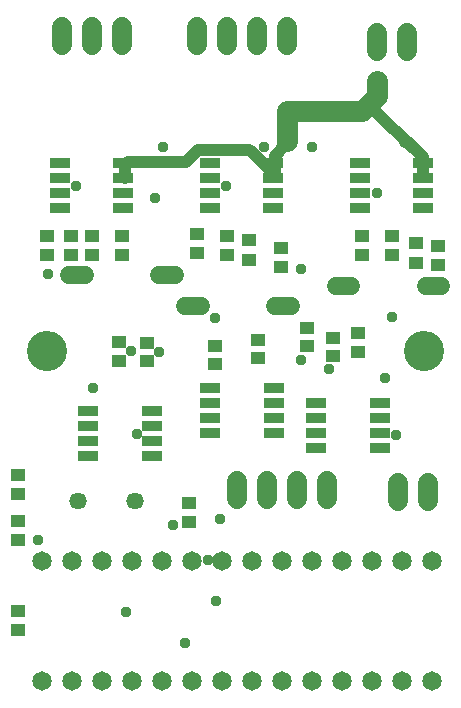
<source format=gbr>
G04 EAGLE Gerber RS-274X export*
G75*
%MOMM*%
%FSLAX34Y34*%
%LPD*%
%INSoldermask Top*%
%IPPOS*%
%AMOC8*
5,1,8,0,0,1.08239X$1,22.5*%
G01*
G04 Define Apertures*
%ADD10C,3.403200*%
%ADD11C,1.778000*%
%ADD12C,1.016000*%
%ADD13R,1.173400X1.124100*%
%ADD14C,1.524000*%
%ADD15R,1.728200X0.903200*%
%ADD16C,1.644200*%
%ADD17R,1.703200X0.853200*%
%ADD18R,1.177100X1.001900*%
%ADD19C,1.727200*%
%ADD20C,1.460200*%
%ADD21C,0.959600*%
D10*
X0Y0D03*
X319790Y0D03*
D11*
X266700Y203200D02*
X203200Y203200D01*
X266700Y203200D02*
X279400Y215900D01*
X279400Y228600D01*
X203200Y203200D02*
X203200Y177800D01*
D12*
X118110Y160020D02*
X80010Y160020D01*
X118110Y160020D02*
X128270Y170180D01*
X171450Y170180D01*
X278130Y203200D02*
X309880Y171450D01*
X306070Y176530D02*
X318770Y163830D01*
X306070Y176530D02*
X303530Y176530D01*
X318770Y163830D02*
X318770Y148590D01*
X201930Y173990D02*
X193040Y165100D01*
X193040Y148590D01*
X193040Y147320D01*
X193040Y148590D02*
X172720Y168910D01*
X66040Y157480D02*
X66040Y146050D01*
X66040Y157480D02*
X68580Y160020D01*
X76200Y160020D01*
D13*
X-24227Y-105729D03*
X-24227Y-121221D03*
X85090Y-9016D03*
X85090Y6476D03*
X220776Y3684D03*
X220776Y19176D03*
X-24227Y-144654D03*
X-24227Y-160146D03*
X120650Y-144906D03*
X120650Y-129414D03*
X263938Y-1011D03*
X263938Y14481D03*
X242246Y10896D03*
X242246Y-4597D03*
X61491Y-8506D03*
X61491Y6986D03*
X179070Y9016D03*
X179070Y-6476D03*
X142240Y3936D03*
X142240Y-11556D03*
D14*
X244856Y54354D02*
X258064Y54354D01*
X321056Y54354D02*
X334264Y54354D01*
X130434Y38100D02*
X117226Y38100D01*
X193426Y38100D02*
X206634Y38100D01*
X32644Y63886D02*
X19436Y63886D01*
X95636Y63886D02*
X108844Y63886D01*
D15*
X228150Y-44450D03*
X228150Y-57150D03*
X228150Y-69850D03*
X228150Y-82550D03*
X282390Y-82550D03*
X282390Y-69850D03*
X282390Y-57150D03*
X282390Y-44450D03*
D16*
X-3449Y-280119D03*
X21951Y-280119D03*
X47351Y-280119D03*
X72751Y-280119D03*
X98151Y-280119D03*
X123551Y-280119D03*
X148951Y-280119D03*
X174351Y-280119D03*
X199751Y-280119D03*
X225151Y-280119D03*
X250551Y-280119D03*
X275951Y-280119D03*
X301351Y-280119D03*
X326751Y-280119D03*
X326751Y-178519D03*
X301351Y-178519D03*
X275951Y-178519D03*
X250551Y-178519D03*
X225151Y-178519D03*
X199751Y-178519D03*
X174351Y-178519D03*
X148951Y-178519D03*
X123551Y-178519D03*
X98151Y-178519D03*
X72751Y-178519D03*
X47351Y-178519D03*
X21951Y-178519D03*
X-3449Y-178519D03*
D15*
X137980Y-31750D03*
X137980Y-44450D03*
X137980Y-57150D03*
X137980Y-69850D03*
X192220Y-69850D03*
X192220Y-57150D03*
X192220Y-44450D03*
X192220Y-31750D03*
X35110Y-50800D03*
X35110Y-63500D03*
X35110Y-76200D03*
X35110Y-88900D03*
X89350Y-88900D03*
X89350Y-76200D03*
X89350Y-63500D03*
X89350Y-50800D03*
D17*
X265100Y158750D03*
X265100Y146050D03*
X265100Y133350D03*
X265100Y120650D03*
X319100Y120650D03*
X319100Y133350D03*
X319100Y146050D03*
X319100Y158750D03*
X138100Y158750D03*
X138100Y146050D03*
X138100Y133350D03*
X138100Y120650D03*
X192100Y120650D03*
X192100Y133350D03*
X192100Y146050D03*
X192100Y158750D03*
X11100Y158750D03*
X11100Y146050D03*
X11100Y133350D03*
X11100Y120650D03*
X65100Y120650D03*
X65100Y133350D03*
X65100Y146050D03*
X65100Y158750D03*
D18*
X331311Y72438D03*
X331311Y88742D03*
X63500Y80748D03*
X63500Y97052D03*
X0Y80748D03*
X0Y97052D03*
X38100Y80748D03*
X38100Y97052D03*
X20320Y80748D03*
X20320Y97052D03*
X-24209Y-236752D03*
X-24209Y-220448D03*
X266700Y80748D03*
X266700Y97052D03*
X313141Y90702D03*
X313141Y74398D03*
X292100Y80748D03*
X292100Y97052D03*
X198120Y86892D03*
X198120Y70588D03*
X127001Y82698D03*
X127001Y99002D03*
X171450Y76938D03*
X171450Y93242D03*
X152400Y80748D03*
X152400Y97052D03*
D19*
X186690Y-110546D02*
X186690Y-125786D01*
X212090Y-125786D02*
X212090Y-110546D01*
X237490Y-110546D02*
X237490Y-125786D01*
X161290Y-125786D02*
X161290Y-110546D01*
X152400Y259080D02*
X152400Y274320D01*
X177800Y274320D02*
X177800Y259080D01*
X203200Y259080D02*
X203200Y274320D01*
X127000Y274320D02*
X127000Y259080D01*
X279400Y253518D02*
X279400Y268758D01*
X304800Y268758D02*
X304800Y253518D01*
X297180Y-111760D02*
X297180Y-127000D01*
X322580Y-127000D02*
X322580Y-111760D01*
X12700Y259080D02*
X12700Y274320D01*
X38100Y274320D02*
X38100Y259080D01*
X63500Y259080D02*
X63500Y274320D01*
D20*
X26400Y-127000D03*
X75200Y-127000D03*
D21*
X117348Y-247650D03*
X-6858Y-160020D03*
X286512Y-23622D03*
X67056Y-220980D03*
X71628Y0D03*
X39624Y-32004D03*
X292608Y28194D03*
X295656Y-71628D03*
X215646Y69342D03*
X215646Y-7620D03*
X106680Y-147828D03*
X147066Y-142494D03*
X143256Y-211836D03*
X136398Y-177546D03*
X98298Y172438D03*
X184404Y172212D03*
X224790Y172212D03*
X239268Y-15240D03*
X92202Y128778D03*
X142494Y27432D03*
X95250Y-1524D03*
X76200Y-70866D03*
X1524Y64770D03*
X25146Y139446D03*
X151638Y139446D03*
X279654Y133350D03*
M02*

</source>
